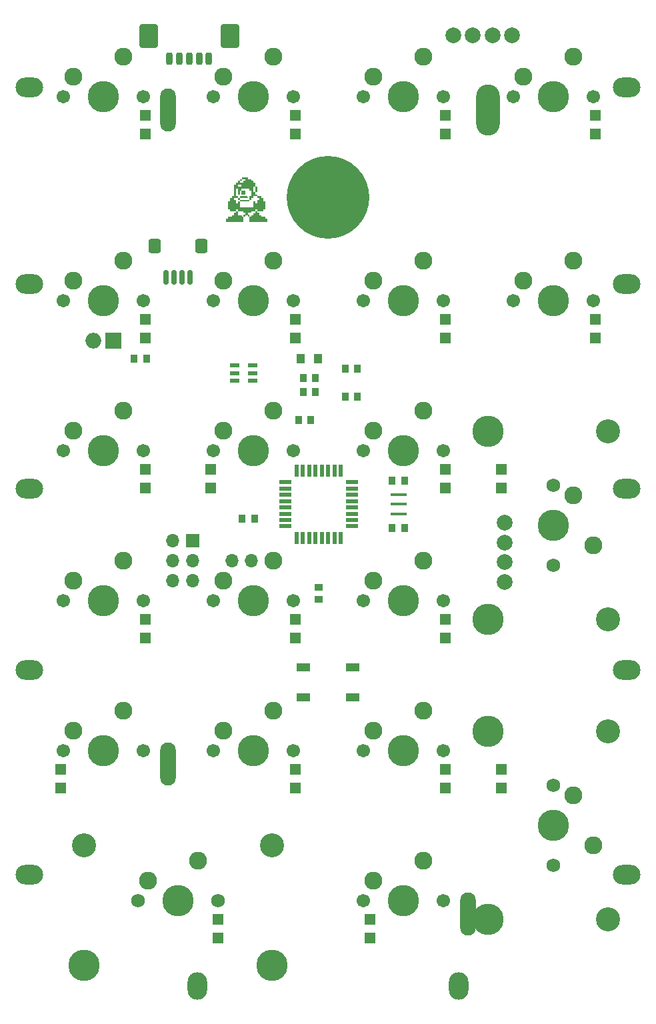
<source format=gbr>
G04 #@! TF.GenerationSoftware,KiCad,Pcbnew,(6.0.1)*
G04 #@! TF.CreationDate,2022-02-07T14:39:17-05:00*
G04 #@! TF.ProjectId,nt210,6e743231-302e-46b6-9963-61645f706362,rev?*
G04 #@! TF.SameCoordinates,Original*
G04 #@! TF.FileFunction,Soldermask,Bot*
G04 #@! TF.FilePolarity,Negative*
%FSLAX46Y46*%
G04 Gerber Fmt 4.6, Leading zero omitted, Abs format (unit mm)*
G04 Created by KiCad (PCBNEW (6.0.1)) date 2022-02-07 14:39:17*
%MOMM*%
%LPD*%
G01*
G04 APERTURE LIST*
G04 Aperture macros list*
%AMRoundRect*
0 Rectangle with rounded corners*
0 $1 Rounding radius*
0 $2 $3 $4 $5 $6 $7 $8 $9 X,Y pos of 4 corners*
0 Add a 4 corners polygon primitive as box body*
4,1,4,$2,$3,$4,$5,$6,$7,$8,$9,$2,$3,0*
0 Add four circle primitives for the rounded corners*
1,1,$1+$1,$2,$3*
1,1,$1+$1,$4,$5*
1,1,$1+$1,$6,$7*
1,1,$1+$1,$8,$9*
0 Add four rect primitives between the rounded corners*
20,1,$1+$1,$2,$3,$4,$5,0*
20,1,$1+$1,$4,$5,$6,$7,0*
20,1,$1+$1,$6,$7,$8,$9,0*
20,1,$1+$1,$8,$9,$2,$3,0*%
G04 Aperture macros list end*
%ADD10C,2.000000*%
%ADD11C,1.701800*%
%ADD12C,3.987800*%
%ADD13C,2.286000*%
%ADD14O,3.500000X2.500000*%
%ADD15C,3.048000*%
%ADD16C,1.750000*%
%ADD17O,3.000000X6.500000*%
%ADD18O,2.500000X3.500000*%
%ADD19C,10.500000*%
%ADD20R,2.000000X2.000000*%
%ADD21O,2.000000X2.000000*%
%ADD22O,1.700000X1.700000*%
%ADD23R,0.900000X1.000000*%
%ADD24R,1.400000X1.400000*%
%ADD25R,1.600000X0.550000*%
%ADD26R,0.550000X1.600000*%
%ADD27R,1.700000X1.000000*%
%ADD28O,2.000000X5.500000*%
%ADD29RoundRect,0.150000X-0.150000X-0.775000X0.150000X-0.775000X0.150000X0.775000X-0.150000X0.775000X0*%
%ADD30RoundRect,0.332800X-0.467200X-0.567200X0.467200X-0.567200X0.467200X0.567200X-0.467200X0.567200X0*%
%ADD31R,1.000000X1.300000*%
%ADD32R,1.200000X0.600000*%
%ADD33R,1.000000X0.900000*%
%ADD34R,1.700000X1.700000*%
%ADD35R,2.000000X0.400000*%
%ADD36RoundRect,0.200000X-0.200000X-0.575000X0.200000X-0.575000X0.200000X0.575000X-0.200000X0.575000X0*%
%ADD37RoundRect,0.279763X-0.895237X-1.220237X0.895237X-1.220237X0.895237X1.220237X-0.895237X1.220237X0*%
G04 APERTURE END LIST*
G36*
X29144429Y-20980202D02*
G01*
X29144429Y-21691915D01*
X28899413Y-21691915D01*
X28899413Y-21960266D01*
X29144429Y-21960266D01*
X29144429Y-22158612D01*
X28642729Y-22158612D01*
X28642729Y-22415296D01*
X28386046Y-22415296D01*
X28386046Y-22671980D01*
X28141030Y-22671980D01*
X28141030Y-22870326D01*
X26892614Y-22870326D01*
X26892614Y-23617042D01*
X28631062Y-23617042D01*
X28631062Y-22870326D01*
X28899413Y-22870326D01*
X28899413Y-23127009D01*
X29144429Y-23127009D01*
X29144429Y-22671980D01*
X29389445Y-22671980D01*
X29389445Y-22415296D01*
X29144429Y-22415296D01*
X29144429Y-22158612D01*
X29634461Y-22158612D01*
X29634461Y-22415296D01*
X29891145Y-22415296D01*
X29891145Y-22870326D01*
X30147828Y-22870326D01*
X30147828Y-23850390D01*
X29891145Y-23850390D01*
X29891145Y-24072071D01*
X29144429Y-24072071D01*
X29144429Y-24317087D01*
X29388681Y-24317087D01*
X29395279Y-24579605D01*
X29634461Y-24586255D01*
X29634461Y-24783785D01*
X30147828Y-24783785D01*
X30147828Y-25040468D01*
X30392844Y-25040468D01*
X30392844Y-25483831D01*
X28141030Y-25483831D01*
X28141030Y-24783785D01*
X27896014Y-24783785D01*
X27896014Y-24585438D01*
X27627663Y-24585438D01*
X27627663Y-24783785D01*
X27382647Y-24783785D01*
X27382647Y-25483831D01*
X25130832Y-25483831D01*
X25130832Y-25040468D01*
X25375848Y-25040468D01*
X25375848Y-24783785D01*
X25877548Y-24783785D01*
X25877548Y-24585438D01*
X26134231Y-24585438D01*
X26635931Y-24585438D01*
X27137631Y-24585438D01*
X27137631Y-24783785D01*
X27382647Y-24783785D01*
X27382647Y-24573771D01*
X27627663Y-24573771D01*
X27896014Y-24573771D01*
X28141030Y-24573771D01*
X28141030Y-24783785D01*
X28386046Y-24783785D01*
X28386046Y-24585438D01*
X28642729Y-24585438D01*
X28642729Y-24328755D01*
X28887745Y-24328755D01*
X28887745Y-24072071D01*
X28386046Y-24072071D01*
X28386046Y-24317087D01*
X27896014Y-24317087D01*
X27896014Y-24573771D01*
X27627663Y-24573771D01*
X27627663Y-24317087D01*
X27382647Y-24317087D01*
X27382647Y-24072071D01*
X26635931Y-24072071D01*
X26635931Y-24585438D01*
X26134231Y-24585438D01*
X26134231Y-24317087D01*
X26379247Y-24317087D01*
X26379247Y-24072071D01*
X25632532Y-24072071D01*
X25632532Y-23850390D01*
X26379247Y-23850390D01*
X26379247Y-24072071D01*
X26635931Y-24072071D01*
X26635931Y-23850390D01*
X28899413Y-23850390D01*
X28899413Y-24072071D01*
X29144429Y-24072071D01*
X29144429Y-23850390D01*
X28899413Y-23850390D01*
X26635931Y-23850390D01*
X26379247Y-23850390D01*
X25632532Y-23850390D01*
X25375848Y-23850390D01*
X25375848Y-22870326D01*
X25632532Y-22870326D01*
X25632532Y-22671980D01*
X26122564Y-22671980D01*
X26379247Y-22671980D01*
X26379247Y-23127009D01*
X26635931Y-23127009D01*
X26635931Y-22870326D01*
X26880947Y-22870326D01*
X26880947Y-22671980D01*
X26635931Y-22671980D01*
X26635931Y-22415296D01*
X26122564Y-22415296D01*
X26122564Y-22671980D01*
X25632532Y-22671980D01*
X25632532Y-22415296D01*
X25877548Y-22415296D01*
X25877548Y-22158612D01*
X26134231Y-22158612D01*
X26379247Y-22158612D01*
X26635931Y-22158612D01*
X26635931Y-22415296D01*
X26880947Y-22415296D01*
X26880947Y-22158365D01*
X27385563Y-22161405D01*
X27890180Y-22164446D01*
X27893491Y-22289871D01*
X27896803Y-22415296D01*
X26892614Y-22415296D01*
X26892614Y-22671980D01*
X28141030Y-22671980D01*
X28141030Y-22158612D01*
X28386046Y-22158612D01*
X28386046Y-21691915D01*
X28631062Y-21691915D01*
X28887745Y-21691915D01*
X28887745Y-20991869D01*
X28631062Y-20991869D01*
X28631062Y-21691915D01*
X28386046Y-21691915D01*
X28386046Y-21446899D01*
X28141030Y-21446899D01*
X28141030Y-21213550D01*
X27125963Y-21213550D01*
X27125963Y-21446899D01*
X26892614Y-21446899D01*
X26892614Y-21960266D01*
X26635931Y-21960266D01*
X26635931Y-21213550D01*
X26379247Y-21213550D01*
X26379247Y-22158612D01*
X26134231Y-22158612D01*
X26134231Y-20758521D01*
X26379247Y-20758521D01*
X26635931Y-20758521D01*
X26635931Y-20980202D01*
X27125963Y-20980202D01*
X27125963Y-20758521D01*
X26635931Y-20758521D01*
X26379247Y-20758521D01*
X26379247Y-20501837D01*
X26635931Y-20501837D01*
X26892614Y-20501837D01*
X27382647Y-20501837D01*
X27382647Y-20245154D01*
X27627663Y-20245154D01*
X27627663Y-20046807D01*
X27137631Y-20046807D01*
X27137631Y-20256821D01*
X26892614Y-20256821D01*
X26892614Y-20501837D01*
X26635931Y-20501837D01*
X26635931Y-20245154D01*
X26880947Y-20245154D01*
X26880947Y-20046807D01*
X27137631Y-20046807D01*
X27137631Y-19790124D01*
X27896014Y-19790124D01*
X27896014Y-20046807D01*
X28386046Y-20046807D01*
X28386046Y-20245154D01*
X28631062Y-20245154D01*
X28631062Y-20501837D01*
X28899413Y-20501837D01*
X28899413Y-20980202D01*
X29144429Y-20980202D01*
G37*
G36*
X27627663Y-21960266D02*
G01*
X27125963Y-21960266D01*
X27125963Y-21446899D01*
X27627663Y-21446899D01*
X27627663Y-21960266D01*
G37*
D10*
X60502800Y-63652400D03*
X53995353Y-1785931D03*
X56495353Y-1785931D03*
X58995353Y-1785931D03*
X61495353Y-1785931D03*
D11*
X33655000Y-9525000D03*
D12*
X28575000Y-9525000D03*
D11*
X23495000Y-9525000D03*
D13*
X31115000Y-4445000D03*
X24765000Y-6985000D03*
D14*
X175008Y-59325008D03*
D12*
X19050008Y-111625008D03*
D15*
X30988008Y-104640008D03*
D12*
X7112008Y-119880008D03*
D16*
X13970008Y-111625008D03*
X24130008Y-111625008D03*
D15*
X7112008Y-104640008D03*
D12*
X30988008Y-119880008D03*
D13*
X21590008Y-106545008D03*
X15240008Y-109085008D03*
D14*
X76025008Y-8325008D03*
D17*
X58425000Y-11275000D03*
D11*
X33655008Y-92575008D03*
D12*
X28575008Y-92575008D03*
D11*
X23495008Y-92575008D03*
D13*
X31115008Y-87495008D03*
X24765008Y-90035008D03*
D11*
X4445008Y-54475008D03*
D12*
X9525008Y-54475008D03*
D11*
X14605008Y-54475008D03*
D13*
X12065008Y-49395008D03*
X5715008Y-51935008D03*
D11*
X4445008Y-92575008D03*
D12*
X9525008Y-92575008D03*
D11*
X14605008Y-92575008D03*
D13*
X12065008Y-87495008D03*
X5715008Y-90035008D03*
D11*
X52705008Y-111625008D03*
D12*
X47625008Y-111625008D03*
D11*
X42545008Y-111625008D03*
D13*
X50165008Y-106545008D03*
X43815008Y-109085008D03*
D10*
X60502800Y-66152400D03*
D18*
X54675008Y-122475008D03*
D14*
X175008Y-33325008D03*
D10*
X60502800Y-68652400D03*
D11*
X4445000Y-9525000D03*
D12*
X9525000Y-9525000D03*
D11*
X14605000Y-9525000D03*
D13*
X12065000Y-4445000D03*
X5715000Y-6985000D03*
D14*
X76025008Y-82325008D03*
X76025008Y-59325008D03*
D19*
X38100008Y-22325008D03*
D12*
X47625008Y-35425008D03*
D11*
X52705008Y-35425008D03*
X42545008Y-35425008D03*
D13*
X50165008Y-30345008D03*
X43815008Y-32885008D03*
D14*
X175008Y-108325008D03*
D20*
X10795008Y-40505008D03*
D21*
X8255008Y-40505008D03*
D22*
X25908000Y-68453000D03*
D11*
X4445008Y-35425008D03*
X14605008Y-35425008D03*
D12*
X9525008Y-35425008D03*
D13*
X12065008Y-30345008D03*
X5715008Y-32885008D03*
D14*
X175008Y-82325008D03*
D11*
X42545008Y-92575008D03*
D12*
X47625008Y-92575008D03*
D11*
X52705008Y-92575008D03*
D13*
X50165008Y-87495008D03*
X43815008Y-90035008D03*
D14*
X76025008Y-108325008D03*
D18*
X21525008Y-122475008D03*
D14*
X76025008Y-33325008D03*
D16*
X66675008Y-58920008D03*
D15*
X73660008Y-75938008D03*
D12*
X58420008Y-52062008D03*
D15*
X73660008Y-52062008D03*
D16*
X66675008Y-69080008D03*
D12*
X58420008Y-75938008D03*
X66675008Y-64000008D03*
D13*
X71755008Y-66540008D03*
X69215008Y-60190008D03*
D11*
X52705008Y-73525008D03*
D12*
X47625008Y-73525008D03*
D11*
X42545008Y-73525008D03*
D13*
X50165008Y-68445008D03*
X43815008Y-70985008D03*
D12*
X28575008Y-54475008D03*
D11*
X33655008Y-54475008D03*
X23495008Y-54475008D03*
D13*
X31115008Y-49395008D03*
X24765008Y-51935008D03*
D11*
X61595008Y-35425008D03*
X71755008Y-35425008D03*
D12*
X66675008Y-35425008D03*
D13*
X69215008Y-30345008D03*
X62865008Y-32885008D03*
D11*
X71755000Y-9525000D03*
D12*
X66675000Y-9525000D03*
D11*
X61595000Y-9525000D03*
D13*
X69215000Y-4445000D03*
X62865000Y-6985000D03*
D14*
X175008Y-8325008D03*
D11*
X23495008Y-35425008D03*
D12*
X28575008Y-35425008D03*
D11*
X33655008Y-35425008D03*
D13*
X31115008Y-30345008D03*
X24765008Y-32885008D03*
D11*
X52705008Y-54475008D03*
X42545008Y-54475008D03*
D12*
X47625008Y-54475008D03*
D13*
X50165008Y-49395008D03*
X43815008Y-51935008D03*
D11*
X33655008Y-73525008D03*
D12*
X28575008Y-73525008D03*
D11*
X23495008Y-73525008D03*
D13*
X31115008Y-68445008D03*
X24765008Y-70985008D03*
D12*
X58420008Y-114038008D03*
D15*
X73660008Y-114038008D03*
D16*
X66675008Y-97020008D03*
X66675008Y-107180008D03*
D12*
X58420008Y-90162008D03*
D15*
X73660008Y-90162008D03*
D12*
X66675008Y-102100008D03*
D13*
X71755008Y-104640008D03*
X69215008Y-98290008D03*
D10*
X60502800Y-71152400D03*
D12*
X9525008Y-73525008D03*
D11*
X4445008Y-73525008D03*
X14605008Y-73525008D03*
D13*
X12065008Y-68445008D03*
X5715008Y-70985008D03*
D22*
X28321000Y-68453000D03*
D11*
X52705000Y-9525000D03*
D12*
X47625000Y-9525000D03*
D11*
X42545000Y-9525000D03*
D13*
X50165000Y-4445000D03*
X43815000Y-6985000D03*
D23*
X40289089Y-44053154D03*
X41864089Y-44053154D03*
D24*
X33932841Y-97346934D03*
X33932841Y-94946934D03*
X52982857Y-59246902D03*
X52982857Y-56846902D03*
D25*
X41159398Y-58517231D03*
X41159398Y-59317231D03*
X41159398Y-60117231D03*
X41159398Y-60917231D03*
X41159398Y-61717231D03*
X41159398Y-62517231D03*
X41159398Y-63317231D03*
X41159398Y-64117231D03*
D26*
X39709398Y-65567231D03*
X38909398Y-65567231D03*
X38109398Y-65567231D03*
X37309398Y-65567231D03*
X36509398Y-65567231D03*
X35709398Y-65567231D03*
X34909398Y-65567231D03*
X34109398Y-65567231D03*
D25*
X32659398Y-64117231D03*
X32659398Y-63317231D03*
X32659398Y-62517231D03*
X32659398Y-61717231D03*
X32659398Y-60917231D03*
X32659398Y-60117231D03*
X32659398Y-59317231D03*
X32659398Y-58517231D03*
D26*
X34109398Y-57067231D03*
X34909398Y-57067231D03*
X35709398Y-57067231D03*
X36509398Y-57067231D03*
X37309398Y-57067231D03*
X38109398Y-57067231D03*
X38909398Y-57067231D03*
X39709398Y-57067231D03*
D27*
X34950024Y-85839125D03*
X41250024Y-85839125D03*
X41250024Y-82039125D03*
X34950024Y-82039125D03*
D28*
X17775008Y-94325008D03*
D24*
X14882825Y-78296918D03*
X14882825Y-75896918D03*
D23*
X40289089Y-47625032D03*
X41864089Y-47625032D03*
D29*
X17550008Y-32510955D03*
X18550008Y-32510955D03*
X19550008Y-32510955D03*
X20550008Y-32510955D03*
D30*
X22050008Y-28485955D03*
X16050008Y-28485955D03*
D31*
X36818772Y-42862528D03*
X34618772Y-42862528D03*
D23*
X35910959Y-50601597D03*
X34335959Y-50601597D03*
D24*
X33932841Y-40196886D03*
X33932841Y-37796886D03*
X33932833Y-14296878D03*
X33932833Y-11896878D03*
X24130008Y-116396950D03*
X24130008Y-113996950D03*
D23*
X27192203Y-63103170D03*
X28767203Y-63103170D03*
D28*
X55875040Y-113375072D03*
D32*
X26234390Y-45598467D03*
X26234390Y-44648467D03*
X26234390Y-43698467D03*
X28534390Y-43698467D03*
X28534390Y-44648467D03*
X28534390Y-45598467D03*
D24*
X43457849Y-116396950D03*
X43457849Y-113996950D03*
X52982857Y-40196886D03*
X52982857Y-37796886D03*
X14882825Y-40196886D03*
X14882825Y-37796886D03*
X72032865Y-14296878D03*
X72032865Y-11896878D03*
X52982857Y-78296918D03*
X52982857Y-75896918D03*
X60126613Y-59246902D03*
X60126613Y-56846902D03*
X4167191Y-97346934D03*
X4167191Y-94946934D03*
X60126613Y-97346934D03*
X60126613Y-94946934D03*
X23217207Y-59246902D03*
X23217207Y-56846902D03*
D33*
X36909398Y-73415678D03*
X36909398Y-71840678D03*
D24*
X14882825Y-59246902D03*
X14882825Y-56846902D03*
X52982857Y-97346934D03*
X52982857Y-94946934D03*
X33932841Y-78296918D03*
X33932841Y-75896918D03*
D34*
X20915321Y-65920987D03*
D22*
X18375321Y-65920987D03*
X20915321Y-68460987D03*
X18375321Y-68460987D03*
X20915321Y-71000987D03*
X18375321Y-71000987D03*
D23*
X36506272Y-45243780D03*
X34931272Y-45243780D03*
D24*
X72032873Y-40196886D03*
X72032873Y-37796886D03*
D23*
X15075004Y-42862528D03*
X13500004Y-42862528D03*
D24*
X14882817Y-14296878D03*
X14882817Y-11896878D03*
D23*
X36506272Y-47029719D03*
X34931272Y-47029719D03*
X46242219Y-58340666D03*
X47817219Y-58340666D03*
D35*
X47029719Y-60117231D03*
X47029719Y-62517231D03*
X47029719Y-61317231D03*
D36*
X17975008Y-4750008D03*
X19225008Y-4750008D03*
X20475008Y-4750008D03*
X21725008Y-4750008D03*
X22975008Y-4750008D03*
D37*
X25650008Y-1875008D03*
X15300008Y-1875008D03*
D23*
X46242219Y-64293796D03*
X47817219Y-64293796D03*
D28*
X17775000Y-11275000D03*
D24*
X52982849Y-14296878D03*
X52982849Y-11896878D03*
M02*

</source>
